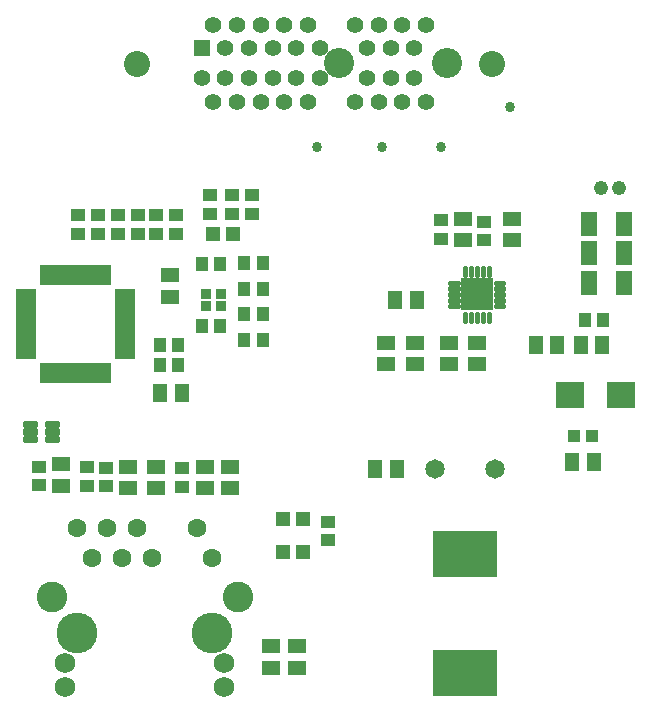
<source format=gbr>
G04 EAGLE Gerber RS-274X export*
G75*
%MOIN*%
%FSLAX34Y34*%
%LPD*%
%INSoldermask Top*%
%IPPOS*%
%AMOC8*
5,1,8,0,0,1.08239X$1,22.5*%
G01*
G04 Define Apertures*
%ADD10C,0.086740*%
%ADD11R,0.019024X0.069417*%
%ADD12R,0.069417X0.019024*%
%ADD13C,0.015647*%
%ADD14R,0.063913X0.048598*%
%ADD15R,0.055559X0.055559*%
%ADD16C,0.055559*%
%ADD17C,0.100520*%
%ADD18R,0.046197X0.044256*%
%ADD19R,0.044256X0.046197*%
%ADD20R,0.037528X0.035559*%
%ADD21R,0.051307X0.047370*%
%ADD22R,0.048598X0.063913*%
%ADD23C,0.010577*%
%ADD24R,0.110362X0.110362*%
%ADD25C,0.048000*%
%ADD26C,0.102488*%
%ADD27C,0.063039*%
%ADD28C,0.068236*%
%ADD29C,0.135953*%
%ADD30C,0.065087*%
%ADD31R,0.053850X0.079469*%
%ADD32R,0.097764X0.091465*%
%ADD33R,0.212724X0.155638*%
%ADD34R,0.039496X0.039496*%
%ADD35C,0.034000*%
D10*
X17244Y25197D03*
X5394Y25197D03*
D11*
X2264Y14890D03*
X2461Y14890D03*
X2657Y14890D03*
X2854Y14890D03*
X3051Y14890D03*
X3248Y14890D03*
X3445Y14890D03*
X3642Y14890D03*
X3839Y14890D03*
X4035Y14890D03*
X4232Y14890D03*
X4429Y14890D03*
D12*
X4992Y15453D03*
X4992Y15650D03*
X4992Y15846D03*
X4992Y16043D03*
X4992Y16240D03*
X4992Y16437D03*
X4992Y16634D03*
X4992Y16831D03*
X4992Y17028D03*
X4992Y17224D03*
X4992Y17421D03*
X4992Y17618D03*
D11*
X4429Y18181D03*
X4232Y18181D03*
X4035Y18181D03*
X3839Y18181D03*
X3642Y18181D03*
X3445Y18181D03*
X3248Y18181D03*
X3051Y18181D03*
X2854Y18181D03*
X2657Y18181D03*
X2461Y18181D03*
X2264Y18181D03*
D12*
X1701Y17618D03*
X1701Y17421D03*
X1701Y17224D03*
X1701Y17028D03*
X1701Y16831D03*
X1701Y16634D03*
X1701Y16437D03*
X1701Y16240D03*
X1701Y16043D03*
X1701Y15846D03*
X1701Y15650D03*
X1701Y15453D03*
D13*
X1667Y13170D02*
X2007Y13170D01*
X1667Y13170D02*
X1667Y13248D01*
X2007Y13248D01*
X2007Y13170D01*
X2007Y12914D02*
X1667Y12914D01*
X1667Y12992D01*
X2007Y12992D01*
X2007Y12914D01*
X2007Y12658D02*
X1667Y12658D01*
X1667Y12736D01*
X2007Y12736D01*
X2007Y12658D01*
X2403Y12658D02*
X2743Y12658D01*
X2403Y12658D02*
X2403Y12736D01*
X2743Y12736D01*
X2743Y12658D01*
X2743Y12914D02*
X2403Y12914D01*
X2403Y12992D01*
X2743Y12992D01*
X2743Y12914D01*
X2743Y13170D02*
X2403Y13170D01*
X2403Y13248D01*
X2743Y13248D01*
X2743Y13170D01*
D14*
X9882Y5071D03*
X9882Y5795D03*
X10748Y5071D03*
X10748Y5795D03*
D15*
X7559Y25722D03*
D16*
X7953Y26510D03*
X7559Y24738D03*
X7953Y23951D03*
X8346Y25722D03*
X8740Y26510D03*
X8346Y24738D03*
X8740Y23951D03*
X9134Y25722D03*
X9528Y26510D03*
X9134Y24738D03*
X9528Y23951D03*
X9921Y25722D03*
X10315Y26510D03*
X9921Y24738D03*
X10315Y23951D03*
X10709Y25722D03*
X11102Y26510D03*
X10709Y24738D03*
X11102Y23951D03*
X11496Y25722D03*
X11496Y24738D03*
X12677Y26510D03*
X12677Y23951D03*
X13071Y25722D03*
X13465Y26510D03*
X13071Y24738D03*
X13465Y23951D03*
X13858Y25722D03*
X14252Y26510D03*
X13858Y24738D03*
X14252Y23951D03*
X14646Y25722D03*
X15039Y26510D03*
X14646Y24738D03*
X15039Y23951D03*
D17*
X12146Y25230D03*
X15748Y25230D03*
D18*
X3740Y11143D03*
X3740Y11753D03*
X4370Y11134D03*
X4370Y11744D03*
X2126Y11161D03*
X2126Y11771D03*
D19*
X8986Y16001D03*
X9596Y16001D03*
D18*
X4764Y19548D03*
X4764Y20158D03*
X7835Y20218D03*
X7835Y20827D03*
X4099Y19548D03*
X4099Y20158D03*
D19*
X8986Y17717D03*
X9596Y17717D03*
D18*
X5423Y19548D03*
X5423Y20158D03*
X9229Y20218D03*
X9229Y20827D03*
X6695Y19548D03*
X6695Y20158D03*
X6051Y19548D03*
X6051Y20158D03*
X8557Y20218D03*
X8557Y20827D03*
X3443Y19548D03*
X3443Y20158D03*
D20*
X8219Y17126D03*
X7687Y17126D03*
X7687Y17520D03*
X8219Y17520D03*
D19*
X7569Y16457D03*
X8179Y16457D03*
X7569Y18543D03*
X8179Y18543D03*
X6162Y15827D03*
X6772Y15827D03*
X6162Y15160D03*
X6772Y15160D03*
D21*
X8602Y19528D03*
X7933Y19528D03*
D19*
X8986Y16866D03*
X9596Y16866D03*
X8986Y18561D03*
X9596Y18561D03*
D18*
X6890Y11112D03*
X6890Y11722D03*
D14*
X2874Y11858D03*
X2874Y11134D03*
X5119Y11779D03*
X5119Y11055D03*
X8504Y11778D03*
X8504Y11054D03*
X7677Y11778D03*
X7677Y11054D03*
X6042Y11055D03*
X6042Y11779D03*
D22*
X6897Y14252D03*
X6173Y14252D03*
D14*
X6513Y17436D03*
X6513Y18160D03*
D23*
X15818Y17951D02*
X15818Y17875D01*
X15818Y17951D02*
X16122Y17951D01*
X16122Y17875D01*
X15818Y17875D01*
X15818Y17755D02*
X15818Y17679D01*
X15818Y17755D02*
X16122Y17755D01*
X16122Y17679D01*
X15818Y17679D01*
X15818Y17558D02*
X15818Y17482D01*
X15818Y17558D02*
X16122Y17558D01*
X16122Y17482D01*
X15818Y17482D01*
X15818Y17361D02*
X15818Y17285D01*
X15818Y17361D02*
X16122Y17361D01*
X16122Y17285D01*
X15818Y17285D01*
X15818Y17164D02*
X15818Y17088D01*
X15818Y17164D02*
X16122Y17164D01*
X16122Y17088D01*
X15818Y17088D01*
X17342Y17088D02*
X17342Y17164D01*
X17646Y17164D01*
X17646Y17088D01*
X17342Y17088D01*
X17342Y17285D02*
X17342Y17361D01*
X17646Y17361D01*
X17646Y17285D01*
X17342Y17285D01*
X17342Y17482D02*
X17342Y17558D01*
X17646Y17558D01*
X17646Y17482D01*
X17342Y17482D01*
X17342Y17679D02*
X17342Y17755D01*
X17646Y17755D01*
X17646Y17679D01*
X17342Y17679D01*
X17342Y17875D02*
X17342Y17951D01*
X17646Y17951D01*
X17646Y17875D01*
X17342Y17875D01*
X17088Y18129D02*
X17088Y18433D01*
X17164Y18433D01*
X17164Y18129D01*
X17088Y18129D01*
X17088Y18230D02*
X17164Y18230D01*
X17164Y18331D02*
X17088Y18331D01*
X17088Y18432D02*
X17164Y18432D01*
X16891Y18433D02*
X16891Y18129D01*
X16891Y18433D02*
X16967Y18433D01*
X16967Y18129D01*
X16891Y18129D01*
X16891Y18230D02*
X16967Y18230D01*
X16967Y18331D02*
X16891Y18331D01*
X16891Y18432D02*
X16967Y18432D01*
X16694Y18433D02*
X16694Y18129D01*
X16694Y18433D02*
X16770Y18433D01*
X16770Y18129D01*
X16694Y18129D01*
X16694Y18230D02*
X16770Y18230D01*
X16770Y18331D02*
X16694Y18331D01*
X16694Y18432D02*
X16770Y18432D01*
X16497Y18433D02*
X16497Y18129D01*
X16497Y18433D02*
X16573Y18433D01*
X16573Y18129D01*
X16497Y18129D01*
X16497Y18230D02*
X16573Y18230D01*
X16573Y18331D02*
X16497Y18331D01*
X16497Y18432D02*
X16573Y18432D01*
X16301Y18433D02*
X16301Y18129D01*
X16301Y18433D02*
X16377Y18433D01*
X16377Y18129D01*
X16301Y18129D01*
X16301Y18230D02*
X16377Y18230D01*
X16377Y18331D02*
X16301Y18331D01*
X16301Y18432D02*
X16377Y18432D01*
X16301Y16910D02*
X16301Y16606D01*
X16301Y16910D02*
X16377Y16910D01*
X16377Y16606D01*
X16301Y16606D01*
X16301Y16707D02*
X16377Y16707D01*
X16377Y16808D02*
X16301Y16808D01*
X16301Y16909D02*
X16377Y16909D01*
X16497Y16910D02*
X16497Y16606D01*
X16497Y16910D02*
X16573Y16910D01*
X16573Y16606D01*
X16497Y16606D01*
X16497Y16707D02*
X16573Y16707D01*
X16573Y16808D02*
X16497Y16808D01*
X16497Y16909D02*
X16573Y16909D01*
X16694Y16910D02*
X16694Y16606D01*
X16694Y16910D02*
X16770Y16910D01*
X16770Y16606D01*
X16694Y16606D01*
X16694Y16707D02*
X16770Y16707D01*
X16770Y16808D02*
X16694Y16808D01*
X16694Y16909D02*
X16770Y16909D01*
X16891Y16910D02*
X16891Y16606D01*
X16891Y16910D02*
X16967Y16910D01*
X16967Y16606D01*
X16891Y16606D01*
X16891Y16707D02*
X16967Y16707D01*
X16967Y16808D02*
X16891Y16808D01*
X16891Y16909D02*
X16967Y16909D01*
X17088Y16910D02*
X17088Y16606D01*
X17088Y16910D02*
X17164Y16910D01*
X17164Y16606D01*
X17088Y16606D01*
X17088Y16707D02*
X17164Y16707D01*
X17164Y16808D02*
X17088Y16808D01*
X17088Y16909D02*
X17164Y16909D01*
D24*
X16732Y17520D03*
D25*
X20866Y21063D03*
X21457Y21063D03*
D26*
X2557Y7444D03*
X8758Y7444D03*
D27*
X3408Y9743D03*
X3908Y8743D03*
X4408Y9743D03*
X4908Y8743D03*
X5408Y9743D03*
X5908Y8743D03*
X7408Y9743D03*
X7908Y8743D03*
D28*
X8305Y5243D03*
X8305Y4444D03*
X3010Y5243D03*
X3010Y4444D03*
D29*
X3408Y6243D03*
X7908Y6243D03*
D18*
X16969Y19341D03*
X16969Y19951D03*
D14*
X16260Y20047D03*
X16260Y19323D03*
D22*
X14008Y17323D03*
X14732Y17323D03*
D14*
X13701Y15189D03*
X13701Y15913D03*
X14678Y15189D03*
X14678Y15913D03*
X15787Y15189D03*
X15787Y15913D03*
X16732Y15913D03*
X16732Y15189D03*
X17913Y19323D03*
X17913Y20047D03*
D22*
X20189Y15827D03*
X20913Y15827D03*
X18693Y15827D03*
X19417Y15827D03*
D18*
X15551Y19380D03*
X15551Y19990D03*
D30*
X15339Y11701D03*
X17339Y11701D03*
D31*
X21644Y17913D03*
X20482Y17913D03*
X21644Y18898D03*
X20482Y18898D03*
X21644Y19882D03*
X20482Y19882D03*
D19*
X20325Y16654D03*
X20935Y16654D03*
D18*
X11772Y9951D03*
X11772Y9341D03*
D32*
X19833Y14173D03*
X21538Y14173D03*
D33*
X16339Y8870D03*
X16339Y4893D03*
D22*
X13339Y11693D03*
X14063Y11693D03*
D21*
X10256Y8937D03*
X10925Y8937D03*
X10256Y10039D03*
X10925Y10039D03*
D34*
X20571Y12795D03*
X19980Y12795D03*
D22*
X20638Y11929D03*
X19914Y11929D03*
D35*
X11417Y22441D03*
X13583Y22441D03*
X15551Y22441D03*
X17835Y23780D03*
M02*

</source>
